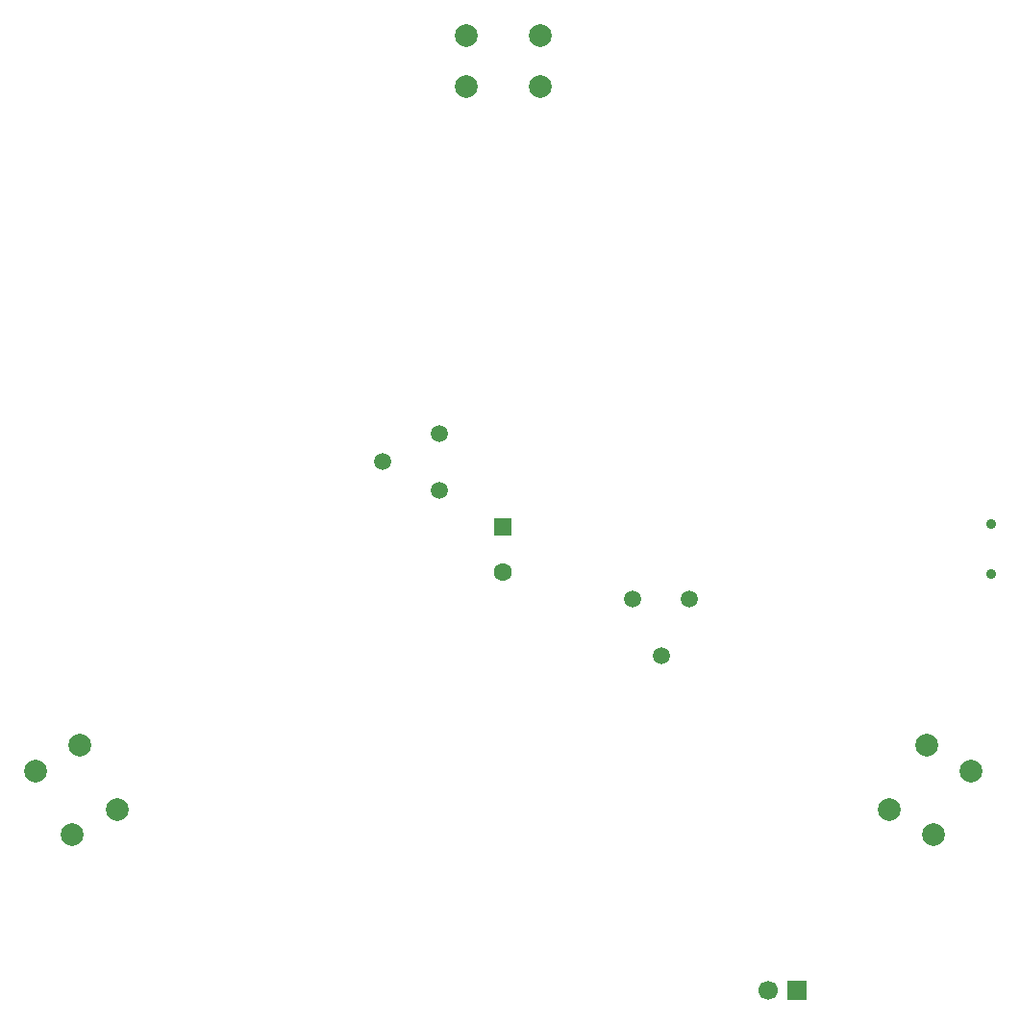
<source format=gbr>
%TF.GenerationSoftware,KiCad,Pcbnew,9.0.1*%
%TF.CreationDate,2025-05-12T19:59:28-03:00*%
%TF.ProjectId,proyecto_desarrollo,70726f79-6563-4746-9f5f-646573617272,rev?*%
%TF.SameCoordinates,Original*%
%TF.FileFunction,Soldermask,Bot*%
%TF.FilePolarity,Negative*%
%FSLAX46Y46*%
G04 Gerber Fmt 4.6, Leading zero omitted, Abs format (unit mm)*
G04 Created by KiCad (PCBNEW 9.0.1) date 2025-05-12 19:59:28*
%MOMM*%
%LPD*%
G01*
G04 APERTURE LIST*
%ADD10C,1.498600*%
%ADD11C,2.000000*%
%ADD12R,1.700000X1.700000*%
%ADD13C,1.700000*%
%ADD14C,0.900000*%
%ADD15R,1.600000X1.600000*%
%ADD16C,1.600000*%
G04 APERTURE END LIST*
D10*
%TO.C,RV2*%
X166400000Y-104400000D03*
X163900000Y-109400000D03*
X161400010Y-104400000D03*
%TD*%
D11*
%TO.C,SW3*%
X146750000Y-54750000D03*
X153250000Y-54750000D03*
X146750000Y-59250000D03*
X153250000Y-59250000D03*
%TD*%
D12*
%TO.C,J2*%
X175900000Y-138800000D03*
D13*
X173360000Y-138800000D03*
%TD*%
D14*
%TO.C,J1*%
X192975000Y-102200000D03*
X192975000Y-97800000D03*
%TD*%
D10*
%TO.C,RV1*%
X144400000Y-94800000D03*
X139400000Y-92300000D03*
X144400000Y-89800010D03*
%TD*%
D11*
%TO.C,SW1*%
X191173558Y-119510418D03*
X187923558Y-125139583D03*
X187276444Y-117260418D03*
X184026444Y-122889583D03*
%TD*%
%TO.C,SW2*%
X112076443Y-125139583D03*
X108826443Y-119510418D03*
X115973557Y-122889583D03*
X112723557Y-117260418D03*
%TD*%
D15*
%TO.C,BZ1*%
X150000000Y-98000000D03*
D16*
X150000000Y-102000000D03*
%TD*%
M02*

</source>
